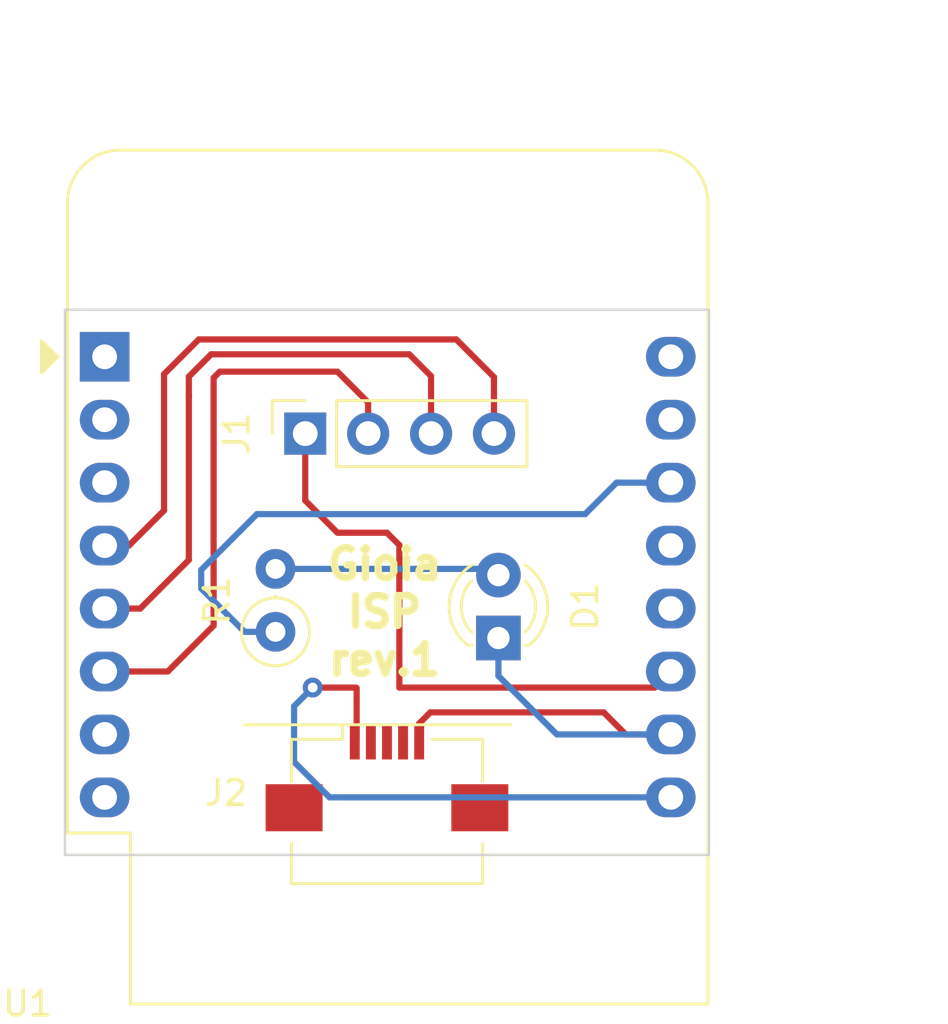
<source format=kicad_pcb>
(kicad_pcb (version 20171130) (host pcbnew "(5.1.9)-1")

  (general
    (thickness 1.6)
    (drawings 7)
    (tracks 61)
    (zones 0)
    (modules 5)
    (nets 10)
  )

  (page A4)
  (layers
    (0 F.Cu signal)
    (31 B.Cu signal)
    (32 B.Adhes user)
    (33 F.Adhes user)
    (34 B.Paste user)
    (35 F.Paste user)
    (36 B.SilkS user)
    (37 F.SilkS user)
    (38 B.Mask user)
    (39 F.Mask user)
    (40 Dwgs.User user)
    (41 Cmts.User user)
    (42 Eco1.User user)
    (43 Eco2.User user)
    (44 Edge.Cuts user)
    (45 Margin user)
    (46 B.CrtYd user)
    (47 F.CrtYd user)
    (48 B.Fab user)
    (49 F.Fab user hide)
  )

  (setup
    (last_trace_width 0.25)
    (user_trace_width 0.4064)
    (user_trace_width 1.27)
    (user_trace_width 1.905)
    (user_trace_width 2.54)
    (trace_clearance 0.2)
    (zone_clearance 0.508)
    (zone_45_only no)
    (trace_min 0.2)
    (via_size 0.8)
    (via_drill 0.4)
    (via_min_size 0.4)
    (via_min_drill 0.3)
    (user_via 2 0.4)
    (user_via 2 1)
    (user_via 5 0.4)
    (user_via 12 6)
    (uvia_size 0.3)
    (uvia_drill 0.1)
    (uvias_allowed no)
    (uvia_min_size 0.2)
    (uvia_min_drill 0.1)
    (edge_width 0.05)
    (segment_width 0.2)
    (pcb_text_width 0.3)
    (pcb_text_size 1.5 1.5)
    (mod_edge_width 0.12)
    (mod_text_size 1 1)
    (mod_text_width 0.15)
    (pad_size 1.524 1.524)
    (pad_drill 0.762)
    (pad_to_mask_clearance 0)
    (aux_axis_origin 0 0)
    (grid_origin 131.5 94)
    (visible_elements 7FFFFFFF)
    (pcbplotparams
      (layerselection 0x010fc_ffffffff)
      (usegerberextensions false)
      (usegerberattributes false)
      (usegerberadvancedattributes false)
      (creategerberjobfile false)
      (excludeedgelayer true)
      (linewidth 0.150000)
      (plotframeref false)
      (viasonmask false)
      (mode 1)
      (useauxorigin false)
      (hpglpennumber 1)
      (hpglpenspeed 20)
      (hpglpendiameter 15.000000)
      (psnegative false)
      (psa4output false)
      (plotreference true)
      (plotvalue true)
      (plotinvisibletext false)
      (padsonsilk false)
      (subtractmaskfromsilk false)
      (outputformat 1)
      (mirror false)
      (drillshape 0)
      (scaleselection 1)
      (outputdirectory "export/Gerber/"))
  )

  (net 0 "")
  (net 1 "Net-(D1-Pad2)")
  (net 2 "Net-(D1-Pad1)")
  (net 3 "Net-(R1-Pad1)")
  (net 4 /reset)
  (net 5 /mosi)
  (net 6 /miso)
  (net 7 /sck)
  (net 8 "Net-(J2-Pad6)")
  (net 9 "Net-(J2-Pad1)")

  (net_class Default "Questo è il gruppo di collegamenti predefinito"
    (clearance 0.2)
    (trace_width 0.25)
    (via_dia 0.8)
    (via_drill 0.4)
    (uvia_dia 0.3)
    (uvia_drill 0.1)
    (add_net /miso)
    (add_net /mosi)
    (add_net /reset)
    (add_net /sck)
    (add_net "Net-(D1-Pad1)")
    (add_net "Net-(D1-Pad2)")
    (add_net "Net-(J2-Pad1)")
    (add_net "Net-(J2-Pad6)")
    (add_net "Net-(R1-Pad1)")
  )

  (module Connector_PinSocket_2.54mm:PinSocket_1x04_P2.54mm_Vertical (layer F.Cu) (tedit 5A19A429) (tstamp 67CE23E0)
    (at 141.2 77 90)
    (descr "Through hole straight socket strip, 1x04, 2.54mm pitch, single row (from Kicad 4.0.7), script generated")
    (tags "Through hole socket strip THT 1x04 2.54mm single row")
    (path /67CDD127)
    (fp_text reference J1 (at 0 -2.77 90) (layer F.SilkS)
      (effects (font (size 1 1) (thickness 0.15)))
    )
    (fp_text value Conn_01x04 (at 0 10.39 90) (layer F.Fab)
      (effects (font (size 1 1) (thickness 0.15)))
    )
    (fp_text user %R (at 0 3.81) (layer F.Fab)
      (effects (font (size 1 1) (thickness 0.15)))
    )
    (fp_line (start -1.27 -1.27) (end 0.635 -1.27) (layer F.Fab) (width 0.1))
    (fp_line (start 0.635 -1.27) (end 1.27 -0.635) (layer F.Fab) (width 0.1))
    (fp_line (start 1.27 -0.635) (end 1.27 8.89) (layer F.Fab) (width 0.1))
    (fp_line (start 1.27 8.89) (end -1.27 8.89) (layer F.Fab) (width 0.1))
    (fp_line (start -1.27 8.89) (end -1.27 -1.27) (layer F.Fab) (width 0.1))
    (fp_line (start -1.33 1.27) (end 1.33 1.27) (layer F.SilkS) (width 0.12))
    (fp_line (start -1.33 1.27) (end -1.33 8.95) (layer F.SilkS) (width 0.12))
    (fp_line (start -1.33 8.95) (end 1.33 8.95) (layer F.SilkS) (width 0.12))
    (fp_line (start 1.33 1.27) (end 1.33 8.95) (layer F.SilkS) (width 0.12))
    (fp_line (start 1.33 -1.33) (end 1.33 0) (layer F.SilkS) (width 0.12))
    (fp_line (start 0 -1.33) (end 1.33 -1.33) (layer F.SilkS) (width 0.12))
    (fp_line (start -1.8 -1.8) (end 1.75 -1.8) (layer F.CrtYd) (width 0.05))
    (fp_line (start 1.75 -1.8) (end 1.75 9.4) (layer F.CrtYd) (width 0.05))
    (fp_line (start 1.75 9.4) (end -1.8 9.4) (layer F.CrtYd) (width 0.05))
    (fp_line (start -1.8 9.4) (end -1.8 -1.8) (layer F.CrtYd) (width 0.05))
    (pad 4 thru_hole oval (at 0 7.62 90) (size 1.7 1.7) (drill 1) (layers *.Cu *.Mask)
      (net 7 /sck))
    (pad 3 thru_hole oval (at 0 5.08 90) (size 1.7 1.7) (drill 1) (layers *.Cu *.Mask)
      (net 6 /miso))
    (pad 2 thru_hole oval (at 0 2.54 90) (size 1.7 1.7) (drill 1) (layers *.Cu *.Mask)
      (net 5 /mosi))
    (pad 1 thru_hole rect (at 0 0 90) (size 1.7 1.7) (drill 1) (layers *.Cu *.Mask)
      (net 4 /reset))
    (model ${KISYS3DMOD}/Connector_PinSocket_2.54mm.3dshapes/PinSocket_1x04_P2.54mm_Vertical.wrl
      (at (xyz 0 0 0))
      (scale (xyz 1 1 1))
      (rotate (xyz 0 0 0))
    )
  )

  (module Module:WEMOS_D1_mini_light (layer F.Cu) (tedit 5BBFB1CE) (tstamp 65ADCD51)
    (at 133.1 73.9)
    (descr "16-pin module, column spacing 22.86 mm (900 mils), https://wiki.wemos.cc/products:d1:d1_mini, https://c1.staticflickr.com/1/734/31400410271_f278b087db_z.jpg")
    (tags "ESP8266 WiFi microcontroller")
    (path /65466297)
    (fp_text reference U1 (at -3.1 26.1) (layer F.SilkS)
      (effects (font (size 1 1) (thickness 0.15)))
    )
    (fp_text value WeMos_D1_mini (at 11.7 0) (layer F.Fab)
      (effects (font (size 1 1) (thickness 0.15)))
    )
    (fp_line (start 1.04 26.12) (end 24.36 26.12) (layer F.SilkS) (width 0.12))
    (fp_line (start -1.5 19.22) (end -1.5 -6.21) (layer F.SilkS) (width 0.12))
    (fp_line (start 24.36 26.12) (end 24.36 -6.21) (layer F.SilkS) (width 0.12))
    (fp_line (start 22.24 -8.34) (end 0.63 -8.34) (layer F.SilkS) (width 0.12))
    (fp_line (start 1.17 25.99) (end 24.23 25.99) (layer F.Fab) (width 0.1))
    (fp_line (start 24.23 25.99) (end 24.23 -6.21) (layer F.Fab) (width 0.1))
    (fp_line (start 22.23 -8.21) (end 0.63 -8.21) (layer F.Fab) (width 0.1))
    (fp_line (start -1.37 1) (end -1.37 19.09) (layer F.Fab) (width 0.1))
    (fp_line (start -1.62 -8.46) (end 24.48 -8.46) (layer F.CrtYd) (width 0.05))
    (fp_line (start 24.48 -8.41) (end 24.48 26.24) (layer F.CrtYd) (width 0.05))
    (fp_line (start 24.48 26.24) (end -1.62 26.24) (layer F.CrtYd) (width 0.05))
    (fp_line (start -1.62 26.24) (end -1.62 -8.46) (layer F.CrtYd) (width 0.05))
    (fp_poly (pts (xy -2.54 -0.635) (xy -2.54 0.635) (xy -1.905 0)) (layer F.SilkS) (width 0.15))
    (fp_line (start -1.35 -1.4) (end 24.25 -1.4) (layer Dwgs.User) (width 0.1))
    (fp_line (start 24.25 -1.4) (end 24.25 -8.2) (layer Dwgs.User) (width 0.1))
    (fp_line (start 24.25 -8.2) (end -1.35 -8.2) (layer Dwgs.User) (width 0.1))
    (fp_line (start -1.35 -8.2) (end -1.35 -1.4) (layer Dwgs.User) (width 0.1))
    (fp_line (start -1.35 -1.4) (end 5.45 -8.2) (layer Dwgs.User) (width 0.1))
    (fp_line (start 0.65 -1.4) (end 7.45 -8.2) (layer Dwgs.User) (width 0.1))
    (fp_line (start 2.65 -1.4) (end 9.45 -8.2) (layer Dwgs.User) (width 0.1))
    (fp_line (start 4.65 -1.4) (end 11.45 -8.2) (layer Dwgs.User) (width 0.1))
    (fp_line (start 6.65 -1.4) (end 13.45 -8.2) (layer Dwgs.User) (width 0.1))
    (fp_line (start 8.65 -1.4) (end 15.45 -8.2) (layer Dwgs.User) (width 0.1))
    (fp_line (start 10.65 -1.4) (end 17.45 -8.2) (layer Dwgs.User) (width 0.1))
    (fp_line (start 12.65 -1.4) (end 19.45 -8.2) (layer Dwgs.User) (width 0.1))
    (fp_line (start 14.65 -1.4) (end 21.45 -8.2) (layer Dwgs.User) (width 0.1))
    (fp_line (start 16.65 -1.4) (end 23.45 -8.2) (layer Dwgs.User) (width 0.1))
    (fp_line (start 18.65 -1.4) (end 24.25 -7) (layer Dwgs.User) (width 0.1))
    (fp_line (start 20.65 -1.4) (end 24.25 -5) (layer Dwgs.User) (width 0.1))
    (fp_line (start 22.65 -1.4) (end 24.25 -3) (layer Dwgs.User) (width 0.1))
    (fp_line (start -1.35 -3.4) (end 3.45 -8.2) (layer Dwgs.User) (width 0.1))
    (fp_line (start -1.3 -5.45) (end 1.45 -8.2) (layer Dwgs.User) (width 0.1))
    (fp_line (start -1.35 -7.4) (end -0.55 -8.2) (layer Dwgs.User) (width 0.1))
    (fp_line (start -1.37 19.09) (end 1.17 19.09) (layer F.Fab) (width 0.1))
    (fp_line (start 1.17 19.09) (end 1.17 25.99) (layer F.Fab) (width 0.1))
    (fp_line (start -1.37 -6.21) (end -1.37 -1) (layer F.Fab) (width 0.1))
    (fp_line (start -1.37 1) (end -0.37 0) (layer F.Fab) (width 0.1))
    (fp_line (start -0.37 0) (end -1.37 -1) (layer F.Fab) (width 0.1))
    (fp_line (start -1.5 19.22) (end 1.04 19.22) (layer F.SilkS) (width 0.12))
    (fp_line (start 1.04 19.22) (end 1.04 26.12) (layer F.SilkS) (width 0.12))
    (fp_arc (start 22.23 -6.21) (end 24.36 -6.21) (angle -90) (layer F.SilkS) (width 0.12))
    (fp_arc (start 0.63 -6.21) (end 0.63 -8.34) (angle -90) (layer F.SilkS) (width 0.12))
    (fp_arc (start 22.23 -6.21) (end 24.23 -6.19) (angle -90) (layer F.Fab) (width 0.1))
    (fp_arc (start 0.63 -6.21) (end 0.63 -8.21) (angle -90) (layer F.Fab) (width 0.1))
    (fp_text user %R (at 11.43 10) (layer F.Fab)
      (effects (font (size 1 1) (thickness 0.15)))
    )
    (pad 16 thru_hole oval (at 22.86 0) (size 2 1.6) (drill 1) (layers *.Cu *.Mask))
    (pad 15 thru_hole oval (at 22.86 2.54) (size 2 1.6) (drill 1) (layers *.Cu *.Mask))
    (pad 14 thru_hole oval (at 22.86 5.08) (size 2 1.6) (drill 1) (layers *.Cu *.Mask)
      (net 3 "Net-(R1-Pad1)"))
    (pad 13 thru_hole oval (at 22.86 7.62) (size 2 1.6) (drill 1) (layers *.Cu *.Mask))
    (pad 12 thru_hole oval (at 22.86 10.16) (size 2 1.6) (drill 1) (layers *.Cu *.Mask))
    (pad 11 thru_hole oval (at 22.86 12.7) (size 2 1.6) (drill 1) (layers *.Cu *.Mask)
      (net 4 /reset))
    (pad 10 thru_hole oval (at 22.86 15.24) (size 2 1.6) (drill 1) (layers *.Cu *.Mask)
      (net 2 "Net-(D1-Pad1)"))
    (pad 9 thru_hole oval (at 22.86 17.78) (size 2 1.6) (drill 1) (layers *.Cu *.Mask)
      (net 9 "Net-(J2-Pad1)"))
    (pad 8 thru_hole oval (at 0 17.78) (size 2 1.6) (drill 1) (layers *.Cu *.Mask))
    (pad 7 thru_hole oval (at 0 15.24) (size 2 1.6) (drill 1) (layers *.Cu *.Mask))
    (pad 6 thru_hole oval (at 0 12.7) (size 2 1.6) (drill 1) (layers *.Cu *.Mask)
      (net 5 /mosi))
    (pad 5 thru_hole oval (at 0 10.16) (size 2 1.6) (drill 1) (layers *.Cu *.Mask)
      (net 6 /miso))
    (pad 4 thru_hole oval (at 0 7.62) (size 2 1.6) (drill 1) (layers *.Cu *.Mask)
      (net 7 /sck))
    (pad 3 thru_hole oval (at 0 5.08) (size 2 1.6) (drill 1) (layers *.Cu *.Mask))
    (pad 1 thru_hole rect (at 0 0) (size 2 2) (drill 1) (layers *.Cu *.Mask))
    (pad 2 thru_hole oval (at 0 2.54) (size 2 1.6) (drill 1) (layers *.Cu *.Mask))
    (model ${KISYS3DMOD}/Module.3dshapes/WEMOS_D1_mini_light.wrl
      (at (xyz 0 0 0))
      (scale (xyz 1 1 1))
      (rotate (xyz 0 0 0))
    )
    (model ${KISYS3DMOD}/Connector_PinHeader_2.54mm.3dshapes/PinHeader_1x08_P2.54mm_Vertical.wrl
      (offset (xyz 0 0 9.5))
      (scale (xyz 1 1 1))
      (rotate (xyz 0 -180 0))
    )
    (model ${KISYS3DMOD}/Connector_PinHeader_2.54mm.3dshapes/PinHeader_1x08_P2.54mm_Vertical.wrl
      (offset (xyz 22.86 0 9.5))
      (scale (xyz 1 1 1))
      (rotate (xyz 0 -180 0))
    )
    (model ${KISYS3DMOD}/Connector_PinSocket_2.54mm.3dshapes/PinSocket_1x08_P2.54mm_Vertical.wrl
      (at (xyz 0 0 0))
      (scale (xyz 1 1 1))
      (rotate (xyz 0 0 0))
    )
    (model ${KISYS3DMOD}/Connector_PinSocket_2.54mm.3dshapes/PinSocket_1x08_P2.54mm_Vertical.wrl
      (offset (xyz 22.86 0 0))
      (scale (xyz 1 1 1))
      (rotate (xyz 0 0 0))
    )
  )

  (module green_detect:USB_Micro-B_Amphenol_10104110_Horizontal (layer F.Cu) (tedit 67127FE1) (tstamp 6712E48F)
    (at 144.5 91)
    (descr "USB Micro-B, horizontal, https://cdn.amphenol-icc.com/media/wysiwyg/files/drawing/10104110.pdf")
    (tags "USB Micro B horizontal")
    (path /6712891A)
    (attr smd)
    (fp_text reference J2 (at -6.5 0.5) (layer F.SilkS)
      (effects (font (size 1 1) (thickness 0.15)))
    )
    (fp_text value USB_B_Micro (at 0 5.35) (layer F.Fab)
      (effects (font (size 1 1) (thickness 0.15)))
    )
    (fp_line (start 5 -2.25) (end -5.75 -2.25) (layer F.SilkS) (width 0.12))
    (fp_line (start -3.86 4.16) (end -3.86 2.55) (layer F.SilkS) (width 0.12))
    (fp_line (start 3.86 -1.66) (end 1.8 -1.66) (layer F.SilkS) (width 0.12))
    (fp_line (start 3.86 0.05) (end 3.86 -1.66) (layer F.SilkS) (width 0.12))
    (fp_line (start -3.86 -1.66) (end -1.8 -1.66) (layer F.SilkS) (width 0.12))
    (fp_line (start -3.86 0.05) (end -3.86 -1.66) (layer F.SilkS) (width 0.12))
    (fp_line (start -1.3 -1.85) (end -0.9 -2.25) (layer F.Fab) (width 0.1))
    (fp_line (start -0.9 -2.25) (end -1.7 -2.25) (layer F.Fab) (width 0.1))
    (fp_line (start -1.7 -2.25) (end -1.3 -1.85) (layer F.Fab) (width 0.1))
    (fp_line (start -3.75 4.05) (end -3.75 -1.55) (layer F.Fab) (width 0.1))
    (fp_line (start 3.75 4.05) (end -3.75 4.05) (layer F.Fab) (width 0.1))
    (fp_line (start 3.75 -1.55) (end 3.75 4.05) (layer F.Fab) (width 0.1))
    (fp_line (start -3.75 -1.55) (end 3.75 -1.55) (layer F.Fab) (width 0.1))
    (fp_line (start -2.6 2.75) (end 2.6 2.75) (layer F.Fab) (width 0.1))
    (fp_line (start -3.86 4.16) (end 3.86 4.16) (layer F.SilkS) (width 0.12))
    (fp_line (start 3.86 4.16) (end 3.86 2.55) (layer F.SilkS) (width 0.12))
    (fp_line (start -1.8 -1.66) (end -1.8 -2.25) (layer F.SilkS) (width 0.12))
    (fp_line (start -5.4 -2.75) (end -5.4 4.55) (layer F.CrtYd) (width 0.05))
    (fp_line (start -5.4 4.55) (end 5.4 4.55) (layer F.CrtYd) (width 0.05))
    (fp_line (start 5.4 4.55) (end 5.4 -2.75) (layer F.CrtYd) (width 0.05))
    (fp_line (start 5.4 -2.75) (end -5.4 -2.75) (layer F.CrtYd) (width 0.05))
    (fp_text user "PCB edge" (at 0 2.75) (layer Dwgs.User)
      (effects (font (size 0.5 0.5) (thickness 0.08)))
    )
    (fp_text user %R (at 0 -0.2) (layer F.Fab)
      (effects (font (size 1 1) (thickness 0.15)))
    )
    (pad "" np_thru_hole circle (at 2 -1.1) (size 0.55 0.55) (drill 0.55) (layers *.Cu *.Mask))
    (pad "" np_thru_hole circle (at -2 -1.1) (size 0.55 0.55) (drill 0.55) (layers *.Cu *.Mask))
    (pad 1 smd rect (at -1.3 -1.55) (size 0.4 1.4) (layers F.Cu F.Paste F.Mask)
      (net 9 "Net-(J2-Pad1)"))
    (pad 2 smd rect (at -0.65 -1.55) (size 0.4 1.4) (layers F.Cu F.Paste F.Mask))
    (pad 3 smd rect (at 0 -1.55) (size 0.4 1.4) (layers F.Cu F.Paste F.Mask))
    (pad 4 smd rect (at 0.65 -1.55) (size 0.4 1.4) (layers F.Cu F.Paste F.Mask))
    (pad 5 smd rect (at 1.3 -1.55) (size 0.4 1.4) (layers F.Cu F.Paste F.Mask)
      (net 2 "Net-(D1-Pad1)"))
    (pad 6 smd rect (at -3.75 1.1) (size 2.3 1.9) (layers F.Cu F.Paste F.Mask)
      (net 8 "Net-(J2-Pad6)"))
    (pad 6 smd rect (at 3.75 1.1) (size 2.3 1.9) (layers F.Cu F.Paste F.Mask)
      (net 8 "Net-(J2-Pad6)"))
    (model ${KISYS3DMOD}/Connector_USB.3dshapes/USB_Micro-B_Amphenol_10104110_Horizontal.wrl
      (at (xyz 0 0 0))
      (scale (xyz 1 1 1))
      (rotate (xyz 0 0 0))
    )
    (model ${KIPRJMOD}/Library/module/3d/940--3DModel-STEP-630548.STEP
      (offset (xyz -4.5 5 -2))
      (scale (xyz 1 1 1))
      (rotate (xyz -90 0 0))
    )
  )

  (module Resistor_THT:R_Axial_DIN0207_L6.3mm_D2.5mm_P2.54mm_Vertical (layer F.Cu) (tedit 5AE5139B) (tstamp 6712EF48)
    (at 140 85 90)
    (descr "Resistor, Axial_DIN0207 series, Axial, Vertical, pin pitch=2.54mm, 0.25W = 1/4W, length*diameter=6.3*2.5mm^2, http://cdn-reichelt.de/documents/datenblatt/B400/1_4W%23YAG.pdf")
    (tags "Resistor Axial_DIN0207 series Axial Vertical pin pitch 2.54mm 0.25W = 1/4W length 6.3mm diameter 2.5mm")
    (path /65AD9A30)
    (fp_text reference R1 (at 1.27 -2.37 90) (layer F.SilkS)
      (effects (font (size 1 1) (thickness 0.15)))
    )
    (fp_text value 330 (at 1.27 2.37 90) (layer F.Fab)
      (effects (font (size 1 1) (thickness 0.15)))
    )
    (fp_line (start 3.59 -1.5) (end -1.5 -1.5) (layer F.CrtYd) (width 0.05))
    (fp_line (start 3.59 1.5) (end 3.59 -1.5) (layer F.CrtYd) (width 0.05))
    (fp_line (start -1.5 1.5) (end 3.59 1.5) (layer F.CrtYd) (width 0.05))
    (fp_line (start -1.5 -1.5) (end -1.5 1.5) (layer F.CrtYd) (width 0.05))
    (fp_line (start 1.37 0) (end 1.44 0) (layer F.SilkS) (width 0.12))
    (fp_line (start 0 0) (end 2.54 0) (layer F.Fab) (width 0.1))
    (fp_circle (center 0 0) (end 1.37 0) (layer F.SilkS) (width 0.12))
    (fp_circle (center 0 0) (end 1.25 0) (layer F.Fab) (width 0.1))
    (fp_text user %R (at 1.27 -2.37 90) (layer F.Fab)
      (effects (font (size 1 1) (thickness 0.15)))
    )
    (pad 2 thru_hole oval (at 2.54 0 90) (size 1.6 1.6) (drill 0.8) (layers *.Cu *.Mask)
      (net 1 "Net-(D1-Pad2)"))
    (pad 1 thru_hole circle (at 0 0 90) (size 1.6 1.6) (drill 0.8) (layers *.Cu *.Mask)
      (net 3 "Net-(R1-Pad1)"))
    (model ${KISYS3DMOD}/Resistor_THT.3dshapes/R_Axial_DIN0207_L6.3mm_D2.5mm_P2.54mm_Vertical.wrl
      (at (xyz 0 0 0))
      (scale (xyz 1 1 1))
      (rotate (xyz 0 0 0))
    )
  )

  (module LED_THT:LED_D3.0mm (layer F.Cu) (tedit 587A3A7B) (tstamp 65ADC110)
    (at 149 85.25 90)
    (descr "LED, diameter 3.0mm, 2 pins")
    (tags "LED diameter 3.0mm 2 pins")
    (path /65ADA24B)
    (fp_text reference D1 (at 1.27 3.5 90) (layer F.SilkS)
      (effects (font (size 1 1) (thickness 0.15)))
    )
    (fp_text value LED (at 1.27 2.96 90) (layer F.Fab)
      (effects (font (size 1 1) (thickness 0.15)))
    )
    (fp_line (start 3.7 -2.25) (end -1.15 -2.25) (layer F.CrtYd) (width 0.05))
    (fp_line (start 3.7 2.25) (end 3.7 -2.25) (layer F.CrtYd) (width 0.05))
    (fp_line (start -1.15 2.25) (end 3.7 2.25) (layer F.CrtYd) (width 0.05))
    (fp_line (start -1.15 -2.25) (end -1.15 2.25) (layer F.CrtYd) (width 0.05))
    (fp_line (start -0.29 1.08) (end -0.29 1.236) (layer F.SilkS) (width 0.12))
    (fp_line (start -0.29 -1.236) (end -0.29 -1.08) (layer F.SilkS) (width 0.12))
    (fp_line (start -0.23 -1.16619) (end -0.23 1.16619) (layer F.Fab) (width 0.1))
    (fp_circle (center 1.27 0) (end 2.77 0) (layer F.Fab) (width 0.1))
    (fp_arc (start 1.27 0) (end 0.229039 1.08) (angle -87.9) (layer F.SilkS) (width 0.12))
    (fp_arc (start 1.27 0) (end 0.229039 -1.08) (angle 87.9) (layer F.SilkS) (width 0.12))
    (fp_arc (start 1.27 0) (end -0.29 1.235516) (angle -108.8) (layer F.SilkS) (width 0.12))
    (fp_arc (start 1.27 0) (end -0.29 -1.235516) (angle 108.8) (layer F.SilkS) (width 0.12))
    (fp_arc (start 1.27 0) (end -0.23 -1.16619) (angle 284.3) (layer F.Fab) (width 0.1))
    (pad 2 thru_hole circle (at 2.54 0 90) (size 1.8 1.8) (drill 0.9) (layers *.Cu *.Mask)
      (net 1 "Net-(D1-Pad2)"))
    (pad 1 thru_hole rect (at 0 0 90) (size 1.8 1.8) (drill 0.9) (layers *.Cu *.Mask)
      (net 2 "Net-(D1-Pad1)"))
    (model ${KISYS3DMOD}/LED_THT.3dshapes/LED_D3.0mm.wrl
      (at (xyz 0 0 0))
      (scale (xyz 1 1 1))
      (rotate (xyz 0 0 0))
    )
  )

  (gr_line (start 157.5 94) (end 157.5 72) (layer Edge.Cuts) (width 0.1) (tstamp 6712E35C))
  (gr_text "Gioia\nISP\nrev.1" (at 144.4 84.2) (layer F.SilkS) (tstamp 6712E4FE)
    (effects (font (size 1.2 1.2) (thickness 0.3)))
  )
  (dimension 22 (width 0.15) (layer Dwgs.User) (tstamp 65C8EAFD)
    (gr_text "22,000 mm" (at 165.8 83 270) (layer Dwgs.User) (tstamp 65C8EAFD)
      (effects (font (size 1 1) (thickness 0.15)))
    )
    (feature1 (pts (xy 157.5 94) (xy 165.086421 94)))
    (feature2 (pts (xy 157.5 72) (xy 165.086421 72)))
    (crossbar (pts (xy 164.5 72) (xy 164.5 94)))
    (arrow1a (pts (xy 164.5 94) (xy 163.913579 92.873496)))
    (arrow1b (pts (xy 164.5 94) (xy 165.086421 92.873496)))
    (arrow2a (pts (xy 164.5 72) (xy 163.913579 73.126504)))
    (arrow2b (pts (xy 164.5 72) (xy 165.086421 73.126504)))
  )
  (dimension 26 (width 0.15) (layer Dwgs.User)
    (gr_text "26,000 mm" (at 144.5 60.2) (layer Dwgs.User)
      (effects (font (size 1 1) (thickness 0.15)))
    )
    (feature1 (pts (xy 157.5 65.5) (xy 157.5 60.913579)))
    (feature2 (pts (xy 131.5 65.5) (xy 131.5 60.913579)))
    (crossbar (pts (xy 131.5 61.5) (xy 157.5 61.5)))
    (arrow1a (pts (xy 157.5 61.5) (xy 156.373496 62.086421)))
    (arrow1b (pts (xy 157.5 61.5) (xy 156.373496 60.913579)))
    (arrow2a (pts (xy 131.5 61.5) (xy 132.626504 62.086421)))
    (arrow2b (pts (xy 131.5 61.5) (xy 132.626504 60.913579)))
  )
  (gr_line (start 131.5 72) (end 157.5 72) (layer Edge.Cuts) (width 0.1))
  (gr_line (start 131.5 94) (end 131.5 72) (layer Edge.Cuts) (width 0.1))
  (gr_line (start 157.5 94) (end 131.5 94) (layer Edge.Cuts) (width 0.1))

  (segment (start 148.75 82.46) (end 149 82.71) (width 0.25) (layer B.Cu) (net 1))
  (segment (start 140 82.46) (end 148.75 82.46) (width 0.25) (layer B.Cu) (net 1))
  (segment (start 145.775 89.425) (end 145.8 89.45) (width 0.25) (layer F.Cu) (net 2))
  (segment (start 145.8 89.45) (end 145.8 88.9) (width 0.25) (layer F.Cu) (net 2))
  (segment (start 145.8 89.45) (end 145.8 88.7) (width 0.25) (layer F.Cu) (net 2))
  (segment (start 145.8 88.7) (end 146.25 88.25) (width 0.25) (layer F.Cu) (net 2))
  (segment (start 146.25 88.25) (end 153.25 88.25) (width 0.25) (layer F.Cu) (net 2))
  (segment (start 154.14 89.14) (end 155.96 89.14) (width 0.25) (layer F.Cu) (net 2))
  (segment (start 153.25 88.25) (end 154.14 89.14) (width 0.25) (layer F.Cu) (net 2))
  (segment (start 155.96 89.14) (end 151.36 89.14) (width 0.25) (layer B.Cu) (net 2))
  (segment (start 151.36 89.14) (end 149 86.78) (width 0.25) (layer B.Cu) (net 2))
  (segment (start 149 86.78) (end 149 85.25) (width 0.25) (layer B.Cu) (net 2))
  (segment (start 140 85) (end 138.75 85) (width 0.25) (layer B.Cu) (net 3))
  (segment (start 138.75 85) (end 137 83.25) (width 0.25) (layer B.Cu) (net 3))
  (segment (start 137 83.25) (end 137 82.5) (width 0.25) (layer B.Cu) (net 3))
  (segment (start 137 82.5) (end 139.25 80.25) (width 0.25) (layer B.Cu) (net 3))
  (segment (start 139.25 80.25) (end 152.5 80.25) (width 0.25) (layer B.Cu) (net 3))
  (segment (start 153.77 78.98) (end 155.96 78.98) (width 0.25) (layer B.Cu) (net 3))
  (segment (start 152.5 80.25) (end 153.77 78.98) (width 0.25) (layer B.Cu) (net 3))
  (segment (start 155.76 86.8) (end 155.96 86.6) (width 0.25) (layer F.Cu) (net 4))
  (segment (start 145 87.25) (end 155.31 87.25) (width 0.25) (layer F.Cu) (net 4))
  (segment (start 155.31 87.25) (end 155.96 86.6) (width 0.25) (layer F.Cu) (net 4))
  (segment (start 145 87.25) (end 145 81.5) (width 0.25) (layer F.Cu) (net 4))
  (segment (start 145 81.5) (end 144.5 81) (width 0.25) (layer F.Cu) (net 4))
  (segment (start 144.5 81) (end 142.5 81) (width 0.25) (layer F.Cu) (net 4))
  (segment (start 141.2 79.7) (end 141.2 77) (width 0.25) (layer F.Cu) (net 4))
  (segment (start 142.5 81) (end 141.2 79.7) (width 0.25) (layer F.Cu) (net 4))
  (segment (start 137.75 74.5) (end 137.5 74.75) (width 0.25) (layer F.Cu) (net 5))
  (segment (start 137.5 74.75) (end 137.5 84.75) (width 0.25) (layer F.Cu) (net 5))
  (segment (start 135.65 86.6) (end 133.1 86.6) (width 0.25) (layer F.Cu) (net 5))
  (segment (start 137.5 84.75) (end 135.65 86.6) (width 0.25) (layer F.Cu) (net 5))
  (segment (start 137.75 74.5) (end 142.5 74.5) (width 0.25) (layer F.Cu) (net 5))
  (segment (start 143.74 75.74) (end 143.74 77) (width 0.25) (layer F.Cu) (net 5))
  (segment (start 142.5 74.5) (end 143.74 75.74) (width 0.25) (layer F.Cu) (net 5))
  (segment (start 133.1 84.06) (end 134.54 84.06) (width 0.25) (layer F.Cu) (net 6))
  (segment (start 134.54 84.06) (end 136.5 82.1) (width 0.25) (layer F.Cu) (net 6))
  (segment (start 136.5 75.5) (end 136.5 75.4) (width 0.25) (layer F.Cu) (net 6))
  (segment (start 136.5 82.1) (end 136.5 75.5) (width 0.25) (layer F.Cu) (net 6))
  (segment (start 146.28 74.68) (end 146.28 77) (width 0.25) (layer F.Cu) (net 6))
  (segment (start 145.4 73.8) (end 146.28 74.68) (width 0.25) (layer F.Cu) (net 6))
  (segment (start 137.4 73.8) (end 145.4 73.8) (width 0.25) (layer F.Cu) (net 6))
  (segment (start 136.5 74.7) (end 137.4 73.8) (width 0.25) (layer F.Cu) (net 6))
  (segment (start 136.5 75.5) (end 136.5 74.7) (width 0.25) (layer F.Cu) (net 6))
  (segment (start 133.1 81.52) (end 134.08 81.52) (width 0.25) (layer F.Cu) (net 7))
  (segment (start 134.08 81.52) (end 135.5 80.1) (width 0.25) (layer F.Cu) (net 7))
  (segment (start 135.5 80.1) (end 135.5 74.6) (width 0.25) (layer F.Cu) (net 7))
  (segment (start 135.5 74.6) (end 136.9 73.2) (width 0.25) (layer F.Cu) (net 7))
  (segment (start 136.9 73.2) (end 147.3 73.2) (width 0.25) (layer F.Cu) (net 7))
  (segment (start 148.82 74.72) (end 148.82 77) (width 0.25) (layer F.Cu) (net 7))
  (segment (start 147.3 73.2) (end 148.82 74.72) (width 0.25) (layer F.Cu) (net 7))
  (segment (start 143.275 89.375) (end 143.2 89.45) (width 0.25) (layer F.Cu) (net 9))
  (segment (start 143.275 87.475) (end 143.275 87.675) (width 0.25) (layer F.Cu) (net 9))
  (segment (start 143.275 87.675) (end 143.275 89.375) (width 0.25) (layer F.Cu) (net 9))
  (segment (start 155.96 91.68) (end 142.18 91.68) (width 0.25) (layer B.Cu) (net 9))
  (segment (start 142.18 91.68) (end 140.75 90.25) (width 0.25) (layer B.Cu) (net 9))
  (via (at 141.5 87.25) (size 0.8) (drill 0.4) (layers F.Cu B.Cu) (net 9))
  (segment (start 140.75 88) (end 141.5 87.25) (width 0.25) (layer B.Cu) (net 9))
  (segment (start 140.75 90.25) (end 140.75 88) (width 0.25) (layer B.Cu) (net 9))
  (segment (start 141.5 87.25) (end 143.25 87.25) (width 0.25) (layer F.Cu) (net 9))
  (segment (start 143.275 87.275) (end 143.275 87.475) (width 0.25) (layer F.Cu) (net 9))
  (segment (start 143.25 87.25) (end 143.275 87.275) (width 0.25) (layer F.Cu) (net 9))

)

</source>
